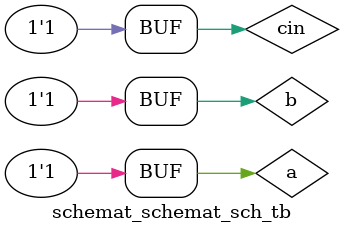
<source format=v>

`timescale 1ns / 1ps

module schemat_schemat_sch_tb();

// Inputs
   reg b;
   reg a;
   reg cin;

// Output
   wire s;
   wire cout;

// Bidirs

// Instantiate the UUT
   schemat UUT (
		.b(b), 
		.a(a), 
		.cin(cin), 
		.s(s), 
		.cout(cout)
   );
// Initialize Inputs
   initial begin
	a = 0;
	b = 0;
	cin= 0;
	#10
	a = 0;
	b = 0;
	cin = 1;
	#10
	a = 0;
	b = 1;
	cin = 0;
	#10
	a = 0;
	b= 1;
	cin = 1;
	#10
	a = 1;
	b= 0;
	cin = 0;
	#10
	a = 1;
	b = 0;
	cin = 1;
	#10
	a = 1;
	b = 1;
	cin = 0;
	#10
	a = 1;
	b = 1;
	cin = 1;
	end
endmodule

</source>
